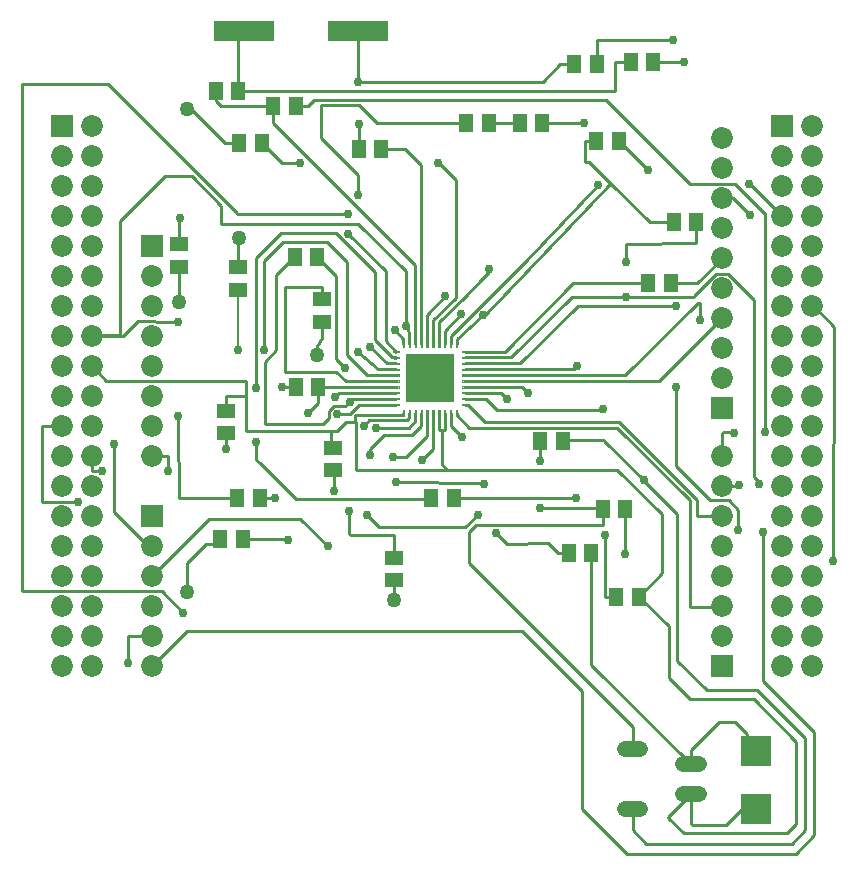
<source format=gbr>
G04 EAGLE Gerber RS-274X export*
G75*
%MOMM*%
%FSLAX34Y34*%
%LPD*%
%INTop Copper*%
%IPPOS*%
%AMOC8*
5,1,8,0,0,1.08239X$1,22.5*%
G01*
%ADD10R,1.300000X1.500000*%
%ADD11R,1.500000X1.300000*%
%ADD12C,1.320800*%
%ADD13R,2.600000X2.600000*%
%ADD14R,0.009500X0.009500*%
%ADD15R,0.009400X0.009400*%
%ADD16R,1.850000X1.850000*%
%ADD17C,1.850000*%
%ADD18R,5.080000X1.778000*%
%ADD19R,1.300000X1.600000*%
%ADD20R,1.600000X1.300000*%
%ADD21C,1.270000*%
%ADD22C,0.110000*%
%ADD23R,4.150000X4.150000*%
%ADD24C,0.254000*%
%ADD25C,0.756400*%
%ADD26C,0.152400*%


D10*
X500040Y660680D03*
X519040Y660680D03*
X452780Y406400D03*
X471780Y406400D03*
X196240Y358140D03*
X215240Y358140D03*
D11*
X186860Y431820D03*
X186860Y412820D03*
X276860Y400660D03*
X276860Y381660D03*
D10*
X264540Y452160D03*
X245540Y452160D03*
X244940Y561940D03*
X263940Y561940D03*
X435420Y675800D03*
X454420Y675800D03*
X500480Y725540D03*
X481480Y725540D03*
X529440Y727340D03*
X548440Y727340D03*
D12*
X573536Y107220D02*
X586744Y107220D01*
X586744Y132620D02*
X573536Y132620D01*
X537444Y145520D02*
X524236Y145520D01*
X524236Y94720D02*
X537444Y94720D01*
D13*
X635012Y95114D03*
X635012Y144114D03*
D14*
X633207Y89595D03*
D15*
X634918Y144598D03*
D16*
X123940Y342820D03*
D17*
X123940Y317420D03*
X123940Y292020D03*
X123940Y266620D03*
X123940Y241220D03*
X123940Y215820D03*
D16*
X123940Y571420D03*
D17*
X123940Y546020D03*
X123940Y520620D03*
X123940Y495220D03*
X123940Y469820D03*
X123940Y444420D03*
X123940Y419020D03*
X123940Y393620D03*
D16*
X47740Y673020D03*
D17*
X73140Y673020D03*
X47740Y647620D03*
X73140Y647620D03*
X47740Y622220D03*
X73140Y622220D03*
X47740Y596820D03*
X73140Y596820D03*
X47740Y571420D03*
X73140Y571420D03*
X47740Y546020D03*
X73140Y546020D03*
X47740Y520620D03*
X73140Y520620D03*
X47740Y495220D03*
X73140Y495220D03*
X47740Y469820D03*
X73140Y469820D03*
X47740Y444420D03*
X73140Y444420D03*
X47740Y419020D03*
X73140Y419020D03*
X47740Y393620D03*
X73140Y393620D03*
X47740Y368220D03*
X73140Y368220D03*
X47740Y342820D03*
X73140Y342820D03*
X47740Y317420D03*
X73140Y317420D03*
X47740Y292020D03*
X73140Y292020D03*
X47740Y266620D03*
X73140Y266620D03*
X47740Y241220D03*
X73140Y241220D03*
X47740Y215820D03*
X73140Y215820D03*
D16*
X606540Y434260D03*
D17*
X606540Y459660D03*
X606540Y485060D03*
X606540Y510460D03*
X606540Y535860D03*
X606540Y561260D03*
X606540Y586660D03*
X606540Y612060D03*
X606540Y637460D03*
X606540Y662860D03*
X606540Y266620D03*
X606540Y292020D03*
X606540Y317420D03*
X606540Y342820D03*
X606540Y368220D03*
X606540Y393620D03*
D16*
X606540Y215820D03*
D17*
X606540Y241220D03*
D16*
X657340Y672770D03*
D17*
X682740Y672770D03*
X657340Y647370D03*
X682740Y647370D03*
X657340Y621970D03*
X682740Y621970D03*
X657340Y596570D03*
X682740Y596570D03*
X657340Y571170D03*
X682740Y571170D03*
X657340Y545770D03*
X682740Y545770D03*
X657340Y520370D03*
X682740Y520370D03*
X657340Y494970D03*
X682740Y494970D03*
X657340Y469570D03*
X682740Y469570D03*
X657340Y444170D03*
X682740Y444170D03*
X657340Y418770D03*
X682740Y418770D03*
X657340Y393370D03*
X682740Y393370D03*
X657340Y367970D03*
X682740Y367970D03*
X657340Y342570D03*
X682740Y342570D03*
X657340Y317170D03*
X682740Y317170D03*
X657340Y291770D03*
X682740Y291770D03*
X657340Y266370D03*
X682740Y266370D03*
X657340Y240970D03*
X682740Y240970D03*
X657340Y215570D03*
X682740Y215570D03*
D18*
X298820Y753240D03*
X202300Y753240D03*
D19*
X318040Y653960D03*
X299040Y653960D03*
X200960Y323280D03*
X181960Y323280D03*
D20*
X196900Y534400D03*
X196900Y553400D03*
X147140Y573140D03*
X147140Y554140D03*
D19*
X216900Y659120D03*
X197900Y659120D03*
X565880Y591520D03*
X584880Y591520D03*
X544260Y540140D03*
X563260Y540140D03*
X389960Y675640D03*
X408960Y675640D03*
X177840Y702720D03*
X196840Y702720D03*
X226840Y689680D03*
X245840Y689680D03*
X524600Y349200D03*
X505600Y349200D03*
X360600Y357900D03*
X379600Y357900D03*
X476880Y311520D03*
X495880Y311520D03*
X517020Y274780D03*
X536020Y274780D03*
D20*
X268140Y526480D03*
X268140Y507480D03*
X329020Y307780D03*
X329020Y288780D03*
D21*
X153720Y687960D03*
X146800Y524260D03*
X153500Y278860D03*
X197400Y578100D03*
X263846Y479470D03*
X328920Y272260D03*
D22*
X328210Y476690D02*
X333110Y476690D01*
X328210Y476690D02*
X328210Y477790D01*
X333110Y477790D01*
X333110Y476690D01*
X333110Y477735D02*
X328210Y477735D01*
X328210Y471690D02*
X333110Y471690D01*
X328210Y471690D02*
X328210Y472790D01*
X333110Y472790D01*
X333110Y471690D01*
X333110Y472735D02*
X328210Y472735D01*
X328210Y466690D02*
X333110Y466690D01*
X328210Y466690D02*
X328210Y467790D01*
X333110Y467790D01*
X333110Y466690D01*
X333110Y467735D02*
X328210Y467735D01*
X328210Y461690D02*
X333110Y461690D01*
X328210Y461690D02*
X328210Y462790D01*
X333110Y462790D01*
X333110Y461690D01*
X333110Y462735D02*
X328210Y462735D01*
X328210Y456690D02*
X333110Y456690D01*
X328210Y456690D02*
X328210Y457790D01*
X333110Y457790D01*
X333110Y456690D01*
X333110Y457735D02*
X328210Y457735D01*
X328210Y451690D02*
X333110Y451690D01*
X328210Y451690D02*
X328210Y452790D01*
X333110Y452790D01*
X333110Y451690D01*
X333110Y452735D02*
X328210Y452735D01*
X328210Y446690D02*
X333110Y446690D01*
X328210Y446690D02*
X328210Y447790D01*
X333110Y447790D01*
X333110Y446690D01*
X333110Y447735D02*
X328210Y447735D01*
X328210Y441690D02*
X333110Y441690D01*
X328210Y441690D02*
X328210Y442790D01*
X333110Y442790D01*
X333110Y441690D01*
X333110Y442735D02*
X328210Y442735D01*
X328210Y436690D02*
X333110Y436690D01*
X328210Y436690D02*
X328210Y437790D01*
X333110Y437790D01*
X333110Y436690D01*
X333110Y437735D02*
X328210Y437735D01*
X337460Y432940D02*
X337460Y428040D01*
X336360Y428040D01*
X336360Y432940D01*
X337460Y432940D01*
X337460Y429085D02*
X336360Y429085D01*
X336360Y430130D02*
X337460Y430130D01*
X337460Y431175D02*
X336360Y431175D01*
X336360Y432220D02*
X337460Y432220D01*
X342460Y432940D02*
X342460Y428040D01*
X341360Y428040D01*
X341360Y432940D01*
X342460Y432940D01*
X342460Y429085D02*
X341360Y429085D01*
X341360Y430130D02*
X342460Y430130D01*
X342460Y431175D02*
X341360Y431175D01*
X341360Y432220D02*
X342460Y432220D01*
X347460Y432940D02*
X347460Y428040D01*
X346360Y428040D01*
X346360Y432940D01*
X347460Y432940D01*
X347460Y429085D02*
X346360Y429085D01*
X346360Y430130D02*
X347460Y430130D01*
X347460Y431175D02*
X346360Y431175D01*
X346360Y432220D02*
X347460Y432220D01*
X352460Y432940D02*
X352460Y428040D01*
X351360Y428040D01*
X351360Y432940D01*
X352460Y432940D01*
X352460Y429085D02*
X351360Y429085D01*
X351360Y430130D02*
X352460Y430130D01*
X352460Y431175D02*
X351360Y431175D01*
X351360Y432220D02*
X352460Y432220D01*
X357460Y432940D02*
X357460Y428040D01*
X356360Y428040D01*
X356360Y432940D01*
X357460Y432940D01*
X357460Y429085D02*
X356360Y429085D01*
X356360Y430130D02*
X357460Y430130D01*
X357460Y431175D02*
X356360Y431175D01*
X356360Y432220D02*
X357460Y432220D01*
X362460Y432940D02*
X362460Y428040D01*
X361360Y428040D01*
X361360Y432940D01*
X362460Y432940D01*
X362460Y429085D02*
X361360Y429085D01*
X361360Y430130D02*
X362460Y430130D01*
X362460Y431175D02*
X361360Y431175D01*
X361360Y432220D02*
X362460Y432220D01*
X367460Y432940D02*
X367460Y428040D01*
X366360Y428040D01*
X366360Y432940D01*
X367460Y432940D01*
X367460Y429085D02*
X366360Y429085D01*
X366360Y430130D02*
X367460Y430130D01*
X367460Y431175D02*
X366360Y431175D01*
X366360Y432220D02*
X367460Y432220D01*
X372460Y432940D02*
X372460Y428040D01*
X371360Y428040D01*
X371360Y432940D01*
X372460Y432940D01*
X372460Y429085D02*
X371360Y429085D01*
X371360Y430130D02*
X372460Y430130D01*
X372460Y431175D02*
X371360Y431175D01*
X371360Y432220D02*
X372460Y432220D01*
X377460Y432940D02*
X377460Y428040D01*
X376360Y428040D01*
X376360Y432940D01*
X377460Y432940D01*
X377460Y429085D02*
X376360Y429085D01*
X376360Y430130D02*
X377460Y430130D01*
X377460Y431175D02*
X376360Y431175D01*
X376360Y432220D02*
X377460Y432220D01*
X382460Y432940D02*
X382460Y428040D01*
X381360Y428040D01*
X381360Y432940D01*
X382460Y432940D01*
X382460Y429085D02*
X381360Y429085D01*
X381360Y430130D02*
X382460Y430130D01*
X382460Y431175D02*
X381360Y431175D01*
X381360Y432220D02*
X382460Y432220D01*
X386210Y481690D02*
X391110Y481690D01*
X386210Y481690D02*
X386210Y482790D01*
X391110Y482790D01*
X391110Y481690D01*
X391110Y482735D02*
X386210Y482735D01*
X386210Y476690D02*
X391110Y476690D01*
X386210Y476690D02*
X386210Y477790D01*
X391110Y477790D01*
X391110Y476690D01*
X391110Y477735D02*
X386210Y477735D01*
X386210Y471690D02*
X391110Y471690D01*
X386210Y471690D02*
X386210Y472790D01*
X391110Y472790D01*
X391110Y471690D01*
X391110Y472735D02*
X386210Y472735D01*
X386210Y466690D02*
X391110Y466690D01*
X386210Y466690D02*
X386210Y467790D01*
X391110Y467790D01*
X391110Y466690D01*
X391110Y467735D02*
X386210Y467735D01*
X386210Y461690D02*
X391110Y461690D01*
X386210Y461690D02*
X386210Y462790D01*
X391110Y462790D01*
X391110Y461690D01*
X391110Y462735D02*
X386210Y462735D01*
X386210Y456690D02*
X391110Y456690D01*
X386210Y456690D02*
X386210Y457790D01*
X391110Y457790D01*
X391110Y456690D01*
X391110Y457735D02*
X386210Y457735D01*
X386210Y451690D02*
X391110Y451690D01*
X386210Y451690D02*
X386210Y452790D01*
X391110Y452790D01*
X391110Y451690D01*
X391110Y452735D02*
X386210Y452735D01*
X386210Y446690D02*
X391110Y446690D01*
X386210Y446690D02*
X386210Y447790D01*
X391110Y447790D01*
X391110Y446690D01*
X391110Y447735D02*
X386210Y447735D01*
X386210Y441690D02*
X391110Y441690D01*
X386210Y441690D02*
X386210Y442790D01*
X391110Y442790D01*
X391110Y441690D01*
X391110Y442735D02*
X386210Y442735D01*
X386210Y436690D02*
X391110Y436690D01*
X386210Y436690D02*
X386210Y437790D01*
X391110Y437790D01*
X391110Y436690D01*
X391110Y437735D02*
X386210Y437735D01*
X337460Y486040D02*
X337460Y490940D01*
X337460Y486040D02*
X336360Y486040D01*
X336360Y490940D01*
X337460Y490940D01*
X337460Y487085D02*
X336360Y487085D01*
X336360Y488130D02*
X337460Y488130D01*
X337460Y489175D02*
X336360Y489175D01*
X336360Y490220D02*
X337460Y490220D01*
X342460Y490940D02*
X342460Y486040D01*
X341360Y486040D01*
X341360Y490940D01*
X342460Y490940D01*
X342460Y487085D02*
X341360Y487085D01*
X341360Y488130D02*
X342460Y488130D01*
X342460Y489175D02*
X341360Y489175D01*
X341360Y490220D02*
X342460Y490220D01*
X347460Y490940D02*
X347460Y486040D01*
X346360Y486040D01*
X346360Y490940D01*
X347460Y490940D01*
X347460Y487085D02*
X346360Y487085D01*
X346360Y488130D02*
X347460Y488130D01*
X347460Y489175D02*
X346360Y489175D01*
X346360Y490220D02*
X347460Y490220D01*
X352460Y490940D02*
X352460Y486040D01*
X351360Y486040D01*
X351360Y490940D01*
X352460Y490940D01*
X352460Y487085D02*
X351360Y487085D01*
X351360Y488130D02*
X352460Y488130D01*
X352460Y489175D02*
X351360Y489175D01*
X351360Y490220D02*
X352460Y490220D01*
X357460Y490940D02*
X357460Y486040D01*
X356360Y486040D01*
X356360Y490940D01*
X357460Y490940D01*
X357460Y487085D02*
X356360Y487085D01*
X356360Y488130D02*
X357460Y488130D01*
X357460Y489175D02*
X356360Y489175D01*
X356360Y490220D02*
X357460Y490220D01*
X362460Y490940D02*
X362460Y486040D01*
X361360Y486040D01*
X361360Y490940D01*
X362460Y490940D01*
X362460Y487085D02*
X361360Y487085D01*
X361360Y488130D02*
X362460Y488130D01*
X362460Y489175D02*
X361360Y489175D01*
X361360Y490220D02*
X362460Y490220D01*
X367460Y490940D02*
X367460Y486040D01*
X366360Y486040D01*
X366360Y490940D01*
X367460Y490940D01*
X367460Y487085D02*
X366360Y487085D01*
X366360Y488130D02*
X367460Y488130D01*
X367460Y489175D02*
X366360Y489175D01*
X366360Y490220D02*
X367460Y490220D01*
X372460Y490940D02*
X372460Y486040D01*
X371360Y486040D01*
X371360Y490940D01*
X372460Y490940D01*
X372460Y487085D02*
X371360Y487085D01*
X371360Y488130D02*
X372460Y488130D01*
X372460Y489175D02*
X371360Y489175D01*
X371360Y490220D02*
X372460Y490220D01*
X377460Y490940D02*
X377460Y486040D01*
X376360Y486040D01*
X376360Y490940D01*
X377460Y490940D01*
X377460Y487085D02*
X376360Y487085D01*
X376360Y488130D02*
X377460Y488130D01*
X377460Y489175D02*
X376360Y489175D01*
X376360Y490220D02*
X377460Y490220D01*
X382460Y490940D02*
X382460Y486040D01*
X381360Y486040D01*
X381360Y490940D01*
X382460Y490940D01*
X382460Y487085D02*
X381360Y487085D01*
X381360Y488130D02*
X382460Y488130D01*
X382460Y489175D02*
X381360Y489175D01*
X381360Y490220D02*
X382460Y490220D01*
X333110Y481690D02*
X328210Y481690D01*
X328210Y482790D01*
X333110Y482790D01*
X333110Y481690D01*
X333110Y482735D02*
X328210Y482735D01*
D23*
X359410Y459740D03*
D24*
X439800Y558300D02*
X501300Y623500D01*
X439800Y558300D02*
X376910Y495410D01*
X376910Y488490D01*
D25*
X501300Y623500D03*
D24*
X359410Y465410D02*
X359410Y459740D01*
X359410Y465410D02*
X360000Y466000D01*
D25*
X360000Y466000D03*
D24*
X356910Y488490D02*
X356910Y513515D01*
X372400Y529000D01*
D25*
X372400Y529000D03*
D24*
X336910Y492890D02*
X329500Y500300D01*
X336910Y492890D02*
X336910Y488490D01*
D25*
X329500Y500300D03*
D24*
X330500Y472400D02*
X330660Y472240D01*
X330500Y472400D02*
X323200Y472400D01*
X308900Y485900D01*
D25*
X308900Y485900D03*
D24*
X330660Y447240D02*
X282540Y447240D01*
X278900Y443600D01*
D25*
X278900Y443600D03*
D24*
X341910Y430490D02*
X341910Y426160D01*
X339750Y424000D01*
X308000Y424000D01*
X303400Y419400D01*
D25*
X303400Y419400D03*
D24*
X346910Y423210D02*
X346910Y430490D01*
X346910Y423210D02*
X341200Y417500D01*
X313600Y417500D01*
D25*
X313600Y417500D03*
D24*
X361910Y430490D02*
X361910Y399310D01*
X352600Y390000D01*
D25*
X352600Y390000D03*
D24*
X376910Y418990D02*
X376910Y430490D01*
X376910Y418990D02*
X386400Y409500D01*
D25*
X386400Y409500D03*
D24*
X245540Y452160D02*
X233680Y452160D01*
X233680Y451920D01*
X233700Y451900D01*
D25*
X233700Y451900D03*
D24*
X280040Y476260D02*
X287800Y468500D01*
X280040Y545840D02*
X263940Y561940D01*
X280040Y545840D02*
X280040Y476260D01*
X287800Y468500D02*
X287900Y468400D01*
D25*
X287800Y468500D03*
D24*
X186919Y400586D02*
X186860Y400644D01*
X186860Y412820D01*
X186919Y400586D02*
X186900Y400567D01*
X186900Y399700D01*
D25*
X186900Y399700D03*
D24*
X487107Y675800D02*
X488700Y674752D01*
X487107Y675800D02*
X454420Y675800D01*
X489797Y676000D02*
X490100Y676000D01*
X489797Y676000D02*
X488700Y674752D01*
D25*
X490100Y676000D03*
D24*
X544200Y635940D02*
X544200Y635500D01*
X544200Y635940D02*
X519460Y660680D01*
X519040Y660680D01*
D25*
X544200Y635500D03*
D24*
X548440Y727340D02*
X574240Y727340D01*
X574300Y727400D01*
D25*
X574300Y727400D03*
D24*
X500480Y725540D02*
X500480Y745800D01*
X565500Y745800D01*
D25*
X565500Y745800D03*
D24*
X227860Y358140D02*
X215240Y358140D01*
X227860Y358140D02*
X228000Y358000D01*
D25*
X228000Y358000D03*
D24*
X276860Y381660D02*
X278000Y380520D01*
X278000Y364000D01*
D25*
X278000Y364000D03*
D24*
X81800Y380800D02*
X73140Y380800D01*
X73140Y393620D01*
D25*
X81800Y380800D03*
X137500Y380900D03*
D24*
X137500Y393620D01*
X123940Y393620D01*
D25*
X629900Y598200D03*
X629800Y624300D03*
D24*
X629700Y624700D02*
X657340Y597060D01*
X629800Y624300D02*
X629800Y624387D01*
X629700Y624600D01*
X629700Y624700D01*
X657340Y597060D02*
X657340Y596570D01*
X616040Y612060D02*
X606540Y612060D01*
X616040Y612060D02*
X629900Y598200D01*
X321760Y550040D02*
X321760Y491140D01*
X330660Y482240D01*
X149600Y261900D02*
X150100Y260900D01*
X149600Y261900D02*
X132300Y279200D01*
X13900Y279200D01*
D25*
X150100Y260900D03*
X524100Y310900D03*
D24*
X524100Y347539D01*
X524600Y349200D01*
X86600Y708400D02*
X13900Y708400D01*
X13900Y279200D01*
X289800Y582000D02*
X321760Y550040D01*
D25*
X289800Y582000D03*
X289700Y598900D03*
D24*
X195827Y598900D01*
X195756Y599244D01*
X86600Y708400D01*
X360600Y357900D02*
X359700Y357000D01*
X246200Y357000D01*
X215597Y387603D01*
X211900Y390514D01*
X211800Y390414D01*
X211800Y405486D01*
X211800Y403800D01*
D25*
X211800Y405486D03*
X211900Y451224D03*
D24*
X211918Y547933D02*
X211917Y548480D01*
X211668Y547683D02*
X211900Y451224D01*
X211668Y547683D02*
X211918Y547933D01*
X330466Y477046D02*
X330660Y477240D01*
X330466Y477046D02*
X329025Y477046D01*
X330660Y477240D02*
X326860Y477240D01*
X312500Y491600D01*
X312500Y549200D01*
X312800Y549500D01*
X279600Y582700D01*
X233300Y582700D01*
X211918Y561318D02*
X211918Y547933D01*
X211918Y561318D02*
X233300Y582700D01*
X476580Y311820D02*
X476880Y311520D01*
X476580Y311820D02*
X467380Y311820D01*
X459443Y319757D01*
X424302Y319629D01*
X415200Y328700D01*
D25*
X415200Y328700D03*
X400000Y344000D03*
D24*
X389396Y333396D01*
X329804Y333347D01*
X329800Y333400D01*
X316600Y333400D01*
X305800Y344200D01*
D25*
X305800Y344200D03*
X308900Y394900D03*
D24*
X308900Y399900D01*
X320700Y411700D01*
X344200Y411700D01*
X351910Y419410D02*
X351910Y430490D01*
X351910Y419410D02*
X344200Y411700D01*
X356910Y410810D02*
X356910Y430490D01*
X339300Y393200D02*
X327800Y393200D01*
X327800Y392900D01*
D25*
X327800Y392900D03*
X330300Y371500D03*
D24*
X330404Y371396D02*
X403796Y371296D01*
X330404Y371396D02*
X330300Y371500D01*
D25*
X405200Y370200D03*
X507400Y327300D03*
D24*
X507400Y274780D01*
X517020Y274780D01*
X356910Y410810D02*
X339300Y393200D01*
X404892Y370200D02*
X405200Y370200D01*
X404892Y370200D02*
X403796Y371296D01*
X226840Y689680D02*
X182440Y689680D01*
X177840Y694280D01*
X177840Y702720D01*
X226840Y689680D02*
X226840Y675860D01*
X346910Y555790D01*
X346910Y488490D01*
X352110Y640190D02*
X338340Y653960D01*
X318040Y653960D01*
X352110Y640190D02*
X352110Y488690D01*
X351910Y488490D01*
X330660Y437240D02*
X299376Y437240D01*
X291636Y429500D01*
X280700Y429500D01*
D25*
X280700Y429500D03*
D24*
X328982Y327200D02*
X329020Y307780D01*
X328982Y327200D02*
X291800Y327200D01*
X290600Y328400D01*
X290600Y347600D01*
X290700Y347600D01*
D25*
X290700Y347600D03*
D24*
X288060Y457240D02*
X330660Y457240D01*
X288060Y457240D02*
X280000Y465300D01*
X236300Y465300D01*
X268140Y526480D02*
X268140Y536800D01*
X236300Y536800D01*
X236300Y465300D01*
X330560Y452340D02*
X330660Y452240D01*
X330560Y452340D02*
X264720Y452340D01*
X264540Y452160D01*
X239400Y323000D02*
X239200Y323000D01*
X238920Y323280D01*
X200960Y323280D01*
D25*
X239400Y323000D03*
X256100Y429900D03*
D24*
X264540Y438340D01*
X264540Y452160D01*
X366910Y488490D02*
X366910Y506910D01*
X388700Y528700D01*
D25*
X409400Y552200D03*
X147400Y595600D03*
D24*
X147973Y595200D01*
X147140Y594412D01*
X147140Y573140D01*
X388700Y528700D02*
X403000Y543300D01*
X409400Y549700D01*
X409400Y552200D01*
X381236Y527819D02*
X361910Y508493D01*
X361910Y488490D01*
X381236Y527819D02*
X381096Y627491D01*
X367095Y641700D01*
X366300Y641700D01*
D25*
X366300Y641700D03*
X249038Y642076D03*
D24*
X241676Y642076D01*
X241500Y641900D01*
X234120Y641900D01*
X216900Y659120D01*
X388660Y477240D02*
X427640Y477240D01*
X479200Y528800D02*
X525400Y528800D01*
D25*
X525400Y528800D03*
X525200Y557900D03*
D24*
X479200Y528800D02*
X427640Y477240D01*
X584721Y573932D02*
X584880Y591520D01*
X584721Y573932D02*
X525220Y573658D01*
X525316Y558016D02*
X525200Y557900D01*
X525316Y558016D02*
X525220Y573658D01*
X601551Y547904D02*
X611529Y547904D01*
X633364Y376136D02*
X638500Y371000D01*
X582757Y528800D02*
X525400Y528800D01*
X582637Y528990D02*
X582757Y528800D01*
X582637Y528990D02*
X601551Y547904D01*
X611529Y547904D02*
X633364Y526069D01*
X633364Y376136D01*
X638500Y371000D02*
X638500Y370400D01*
X638000Y369900D01*
D25*
X638000Y369900D03*
X620800Y369300D03*
D24*
X619720Y368220D01*
X606540Y368220D01*
X422640Y482240D02*
X388660Y482240D01*
X480540Y540140D02*
X544260Y540140D01*
X480540Y540140D02*
X422640Y482240D01*
X563260Y540140D02*
X585840Y540140D01*
X606540Y560840D02*
X606540Y561260D01*
X606540Y560840D02*
X585840Y540140D01*
D25*
X291236Y439800D03*
D24*
X330559Y442139D02*
X330660Y442240D01*
X330559Y442139D02*
X294788Y442124D01*
X291236Y439900D01*
X291236Y439800D01*
X277976Y436076D02*
X274124Y432224D01*
X287512Y436076D02*
X291236Y439800D01*
X287512Y436076D02*
X277976Y436076D01*
X274124Y432224D02*
X274124Y425824D01*
X269000Y420700D01*
X219400Y420700D01*
X244440Y561940D02*
X244940Y561940D01*
X244440Y561940D02*
X229140Y546640D01*
X229140Y483340D01*
X219400Y473600D01*
X219400Y420700D01*
X314860Y675640D02*
X389960Y675640D01*
X314860Y675640D02*
X299600Y690900D01*
X266900Y690900D01*
X266900Y662800D01*
X298300Y631400D01*
X298300Y615200D01*
X298600Y614900D01*
D25*
X298600Y614900D03*
X298800Y481900D03*
D24*
X315360Y467240D01*
X330660Y467240D01*
X432167Y675640D02*
X435420Y675800D01*
X432167Y675640D02*
X408960Y675640D01*
X298955Y674745D02*
X299040Y653960D01*
X299100Y674600D02*
X298955Y674745D01*
D25*
X299100Y674600D03*
X298800Y710400D03*
D24*
X298787Y753216D01*
X298820Y753240D01*
X454728Y710726D02*
X469485Y725540D01*
X481480Y725540D01*
X454728Y710726D02*
X454426Y710726D01*
X454100Y710400D01*
X298800Y710400D01*
X202300Y753240D02*
X196840Y747780D01*
X196840Y702720D01*
X197049Y702511D01*
X516000Y702511D01*
X516000Y727340D01*
X529440Y727340D01*
X330660Y462240D02*
X306360Y462240D01*
X289400Y479200D01*
D25*
X218476Y483900D03*
D24*
X218495Y492600D01*
D25*
X197200Y483600D03*
D24*
X196800Y534300D02*
X196900Y534400D01*
X289400Y558400D02*
X289400Y479200D01*
X272600Y575200D02*
X235000Y575200D01*
X218497Y558697D01*
X272600Y575200D02*
X289400Y558400D01*
X218497Y558697D02*
X218495Y492600D01*
D26*
X196900Y483900D02*
X196900Y534400D01*
X196900Y483900D02*
X197200Y483600D01*
D24*
X340541Y502669D02*
X341910Y495060D01*
X340541Y502669D02*
X339100Y504110D01*
X341910Y495060D02*
X341910Y488490D01*
X371910Y488490D02*
X372010Y488590D01*
D25*
X385748Y513866D03*
X339100Y504110D03*
D24*
X381910Y492631D02*
X381910Y488490D01*
X404300Y512731D02*
X404300Y512800D01*
X404300Y512731D02*
X381910Y492631D01*
D25*
X404300Y512800D03*
D24*
X490961Y643007D02*
X493803Y643016D01*
X511348Y623422D02*
X513319Y623500D01*
X511348Y623422D02*
X406500Y514000D01*
X404300Y512800D01*
X499959Y660600D02*
X500040Y660680D01*
X339100Y550210D02*
X339100Y504110D01*
X339100Y550210D02*
X298734Y590576D01*
X73810Y495890D02*
X73140Y495220D01*
X185860Y358140D02*
X196240Y358140D01*
X185860Y358140D02*
X146510Y358339D01*
X372010Y488590D02*
X372010Y499576D01*
X385748Y513866D01*
X97200Y496600D02*
X96490Y495890D01*
X73810Y495890D01*
X182800Y590576D02*
X298734Y590576D01*
X182800Y590576D02*
X182224Y590576D01*
X99620Y495220D02*
X73140Y495220D01*
X112063Y507663D02*
X141410Y507581D01*
X146119Y507619D02*
X146200Y507700D01*
X146119Y507619D02*
X141410Y507581D01*
X146200Y507700D02*
X146200Y507300D01*
D25*
X146200Y507300D03*
X146400Y427600D03*
D24*
X146374Y427574D01*
X146374Y420500D01*
X146510Y358339D01*
X99620Y495220D02*
X112063Y507663D01*
X564961Y590601D02*
X565880Y591520D01*
X513319Y623500D02*
X493803Y643016D01*
X513319Y623500D02*
X545299Y591520D01*
X565880Y591520D01*
X490961Y643007D02*
X490961Y660797D01*
X499923Y660797D01*
X500040Y660680D01*
X97200Y592600D02*
X97000Y592800D01*
X134700Y630500D01*
X157600Y630500D01*
X182800Y605300D02*
X182800Y590576D01*
X97200Y592600D02*
X97200Y496600D01*
X182800Y605300D02*
X157600Y630500D01*
X388660Y467240D02*
X481140Y467240D01*
X483700Y469800D01*
D25*
X483700Y469800D03*
X272900Y317300D03*
D24*
X249600Y340600D01*
X172520Y340600D01*
X123940Y292020D01*
X388660Y462240D02*
X524740Y462240D01*
X586000Y523500D02*
X587900Y523500D01*
X586000Y523500D02*
X524740Y462240D01*
X587900Y509300D02*
X587900Y523500D01*
D25*
X587900Y509300D03*
X701006Y304618D03*
D24*
X701780Y503250D01*
X684660Y520370D01*
X682740Y520370D01*
X553320Y457240D02*
X388660Y457240D01*
X553320Y457240D02*
X606540Y510460D01*
X437460Y452240D02*
X388660Y452240D01*
X437460Y452240D02*
X442400Y447300D01*
D25*
X442400Y447300D03*
X91500Y404200D03*
D24*
X120840Y317420D02*
X123940Y317420D01*
X120840Y317420D02*
X91714Y346546D01*
X91754Y403946D02*
X91500Y404200D01*
X91754Y403946D02*
X91714Y346546D01*
X42665Y354872D02*
X30480Y354910D01*
X42665Y354872D02*
X61066Y354872D01*
X47740Y419020D02*
X30471Y418927D01*
X30480Y354910D01*
D25*
X61066Y354872D03*
X424700Y442300D03*
D24*
X419760Y447240D02*
X388660Y447240D01*
X419760Y447240D02*
X424700Y442300D01*
X406460Y442140D02*
X388760Y442140D01*
X388660Y442240D01*
X406460Y442140D02*
X415700Y432900D01*
X506200Y432900D01*
X506200Y433400D01*
D25*
X506200Y433400D03*
X103400Y218500D03*
D24*
X103400Y241477D02*
X103745Y241700D01*
X103400Y241477D02*
X103400Y218500D01*
X103745Y241700D02*
X123460Y241700D01*
X123940Y241220D01*
X641300Y203177D02*
X641300Y329500D01*
D25*
X641300Y329500D03*
X620500Y330900D03*
D24*
X620500Y348200D01*
X612524Y356176D01*
X596224Y356176D01*
X567400Y385000D01*
X567400Y451900D01*
D25*
X567400Y451900D03*
X567300Y521100D03*
D24*
X567126Y520926D01*
X484374Y520926D01*
X435723Y472276D01*
X388696Y472276D02*
X388660Y472240D01*
X388696Y472276D02*
X435723Y472276D01*
X684400Y160077D02*
X684400Y72600D01*
X668900Y57100D01*
X525800Y57100D01*
X641300Y203177D02*
X684400Y160077D01*
X525800Y57100D02*
X488300Y94600D01*
X488300Y194875D02*
X437675Y245500D01*
X488300Y194875D02*
X488300Y94600D01*
X437675Y245500D02*
X153620Y245500D01*
X123940Y215820D01*
X381910Y428490D02*
X392600Y417800D01*
X381910Y428490D02*
X381910Y430490D01*
X392600Y417800D02*
X518100Y417800D01*
X579400Y356500D01*
X579400Y265900D01*
X605820Y265900D01*
X606540Y266620D01*
X519560Y422640D02*
X405960Y422640D01*
X391360Y437240D01*
X388660Y437240D01*
X585700Y356500D02*
X585700Y342820D01*
X606540Y342820D01*
X585700Y356500D02*
X519560Y422640D01*
X495880Y216880D02*
X580140Y132620D01*
X495880Y216880D02*
X495880Y311520D01*
X580140Y144840D02*
X580140Y132620D01*
X580140Y144840D02*
X603818Y168518D01*
X615918Y168518D01*
X617979Y168778D01*
X628107Y148220D02*
X627257Y147370D01*
X628107Y158650D02*
X617979Y168778D01*
X628107Y158650D02*
X628107Y148220D01*
D26*
X627257Y147370D02*
X630513Y144114D01*
X635012Y144114D01*
D24*
X506800Y407000D02*
X472380Y407000D01*
X471780Y406400D01*
D25*
X540400Y373200D03*
X482700Y357900D03*
D24*
X379600Y357900D01*
X568900Y344500D02*
X568900Y220600D01*
X636350Y195750D02*
X677100Y155000D01*
X636350Y195750D02*
X593750Y195750D01*
X568900Y220600D01*
X677100Y155000D02*
X677100Y77100D01*
X665600Y65600D01*
X542400Y65600D01*
X530840Y77160D02*
X530840Y94720D01*
X530840Y77160D02*
X542400Y65600D01*
X568900Y344500D02*
X540400Y373000D01*
X540400Y373200D01*
X506800Y406800D01*
X506800Y407000D01*
X530840Y164620D02*
X530840Y145520D01*
X530840Y164620D02*
X392300Y303160D01*
X392300Y329600D01*
X505641Y335627D02*
X505600Y349200D01*
X398417Y335717D02*
X392300Y329600D01*
X398417Y335717D02*
X505641Y335627D01*
X505600Y349200D02*
X505600Y349400D01*
X452200Y349400D01*
D25*
X452200Y349400D03*
X452200Y389900D03*
D24*
X452200Y405820D01*
X452780Y406400D01*
X606540Y412720D02*
X607600Y413780D01*
X606540Y412720D02*
X606540Y393620D01*
X607600Y413780D02*
X616220Y413780D01*
X616400Y413600D01*
D25*
X616400Y413600D03*
X642650Y414250D03*
D24*
X642650Y599289D01*
X642353Y599179D01*
X617429Y624104D01*
X261317Y695264D02*
X255733Y689680D01*
X245840Y689680D01*
X579796Y624104D02*
X617429Y624104D01*
X508636Y695264D02*
X261317Y695264D01*
X508636Y695264D02*
X579796Y624104D01*
X336910Y430490D02*
X336910Y428090D01*
X296300Y428090D01*
X296400Y422390D02*
X296300Y422390D01*
X288100Y422390D01*
X280400Y414690D01*
X275760Y414690D01*
X203200Y414690D01*
X203200Y441976D01*
X203200Y444776D01*
X186712Y444776D01*
X203200Y441976D02*
X203500Y441976D01*
X203500Y457517D02*
X85443Y457517D01*
X73140Y469820D01*
X186712Y444776D02*
X186712Y431968D01*
X186860Y431820D01*
X275760Y414690D02*
X275760Y401760D01*
X276860Y400660D01*
X536020Y274780D02*
X555620Y294380D01*
X555620Y344380D01*
X518000Y382000D02*
X374000Y382000D01*
X296400Y382000D01*
X296400Y422390D01*
X296300Y422390D02*
X296300Y428090D01*
X518000Y382000D02*
X555620Y344380D01*
X371910Y416000D02*
X371910Y430490D01*
X369424Y416000D02*
X369424Y386576D01*
X374000Y382000D01*
X367400Y416000D02*
X366910Y416490D01*
X366910Y430490D01*
X369424Y416000D02*
X371910Y416000D01*
X369424Y416000D02*
X367400Y416000D01*
X203500Y441976D02*
X203500Y457517D01*
X580140Y107220D02*
X581900Y105460D01*
X580140Y107220D02*
X561200Y88280D01*
X561200Y87400D01*
X574336Y74264D01*
X579400Y188000D02*
X633400Y188000D01*
X579400Y188000D02*
X561320Y206080D01*
X561320Y249480D02*
X536020Y274780D01*
X561320Y249480D02*
X561320Y206080D01*
X580140Y107220D02*
X580140Y83160D01*
X581600Y81700D01*
X610388Y81700D01*
X623802Y95114D02*
X635012Y95114D01*
X623802Y95114D02*
X610388Y81700D01*
X574336Y74264D02*
X661464Y74264D01*
X669400Y82200D02*
X669400Y152000D01*
X669400Y82200D02*
X661464Y74264D01*
X669400Y152000D02*
X633400Y188000D01*
X197900Y659120D02*
X186200Y659120D01*
X157360Y687960D02*
X153720Y687960D01*
X157360Y687960D02*
X186200Y659120D01*
X147140Y524600D02*
X146800Y524260D01*
X147140Y524600D02*
X147140Y554140D01*
X181960Y323280D02*
X178140Y319460D01*
X170000Y319460D01*
X153500Y302960D01*
X153500Y278860D01*
X196900Y577345D02*
X196950Y577650D01*
X196900Y577345D02*
X196900Y553400D01*
X196950Y577650D02*
X197400Y578100D01*
X268316Y493772D02*
X263846Y486978D01*
X263846Y479470D01*
X268140Y493605D02*
X268140Y507480D01*
X268316Y493772D02*
X268140Y493605D01*
X329020Y288780D02*
X329020Y272260D01*
X328920Y272260D01*
M02*

</source>
